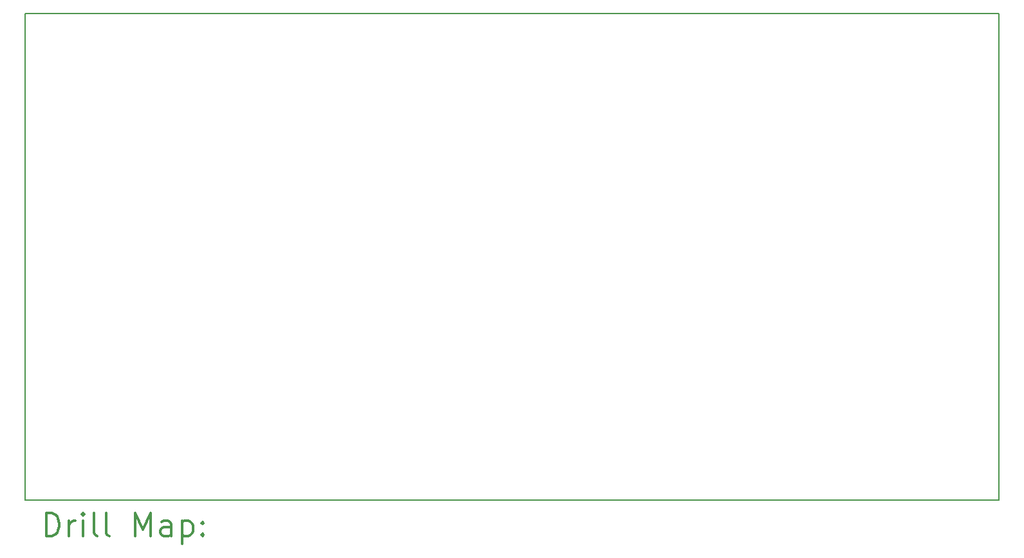
<source format=gbr>
%FSLAX45Y45*%
G04 Gerber Fmt 4.5, Leading zero omitted, Abs format (unit mm)*
G04 Created by KiCad (PCBNEW (5.1.9)-1) date 2021-07-22 19:31:06*
%MOMM*%
%LPD*%
G01*
G04 APERTURE LIST*
%TA.AperFunction,Profile*%
%ADD10C,0.150000*%
%TD*%
%ADD11C,0.200000*%
%ADD12C,0.300000*%
G04 APERTURE END LIST*
D10*
X21285200Y-6121700D02*
X8470900Y-6121700D01*
X21285200Y-12521700D02*
X21285200Y-6121700D01*
X8470900Y-12521700D02*
X21285200Y-12521700D01*
X8470900Y-6121700D02*
X8470900Y-12521700D01*
D11*
D12*
X8749828Y-12994914D02*
X8749828Y-12694914D01*
X8821257Y-12694914D01*
X8864114Y-12709200D01*
X8892686Y-12737771D01*
X8906971Y-12766343D01*
X8921257Y-12823486D01*
X8921257Y-12866343D01*
X8906971Y-12923486D01*
X8892686Y-12952057D01*
X8864114Y-12980629D01*
X8821257Y-12994914D01*
X8749828Y-12994914D01*
X9049828Y-12994914D02*
X9049828Y-12794914D01*
X9049828Y-12852057D02*
X9064114Y-12823486D01*
X9078400Y-12809200D01*
X9106971Y-12794914D01*
X9135543Y-12794914D01*
X9235543Y-12994914D02*
X9235543Y-12794914D01*
X9235543Y-12694914D02*
X9221257Y-12709200D01*
X9235543Y-12723486D01*
X9249828Y-12709200D01*
X9235543Y-12694914D01*
X9235543Y-12723486D01*
X9421257Y-12994914D02*
X9392686Y-12980629D01*
X9378400Y-12952057D01*
X9378400Y-12694914D01*
X9578400Y-12994914D02*
X9549828Y-12980629D01*
X9535543Y-12952057D01*
X9535543Y-12694914D01*
X9921257Y-12994914D02*
X9921257Y-12694914D01*
X10021257Y-12909200D01*
X10121257Y-12694914D01*
X10121257Y-12994914D01*
X10392686Y-12994914D02*
X10392686Y-12837771D01*
X10378400Y-12809200D01*
X10349828Y-12794914D01*
X10292686Y-12794914D01*
X10264114Y-12809200D01*
X10392686Y-12980629D02*
X10364114Y-12994914D01*
X10292686Y-12994914D01*
X10264114Y-12980629D01*
X10249828Y-12952057D01*
X10249828Y-12923486D01*
X10264114Y-12894914D01*
X10292686Y-12880629D01*
X10364114Y-12880629D01*
X10392686Y-12866343D01*
X10535543Y-12794914D02*
X10535543Y-13094914D01*
X10535543Y-12809200D02*
X10564114Y-12794914D01*
X10621257Y-12794914D01*
X10649828Y-12809200D01*
X10664114Y-12823486D01*
X10678400Y-12852057D01*
X10678400Y-12937771D01*
X10664114Y-12966343D01*
X10649828Y-12980629D01*
X10621257Y-12994914D01*
X10564114Y-12994914D01*
X10535543Y-12980629D01*
X10806971Y-12966343D02*
X10821257Y-12980629D01*
X10806971Y-12994914D01*
X10792686Y-12980629D01*
X10806971Y-12966343D01*
X10806971Y-12994914D01*
X10806971Y-12809200D02*
X10821257Y-12823486D01*
X10806971Y-12837771D01*
X10792686Y-12823486D01*
X10806971Y-12809200D01*
X10806971Y-12837771D01*
M02*

</source>
